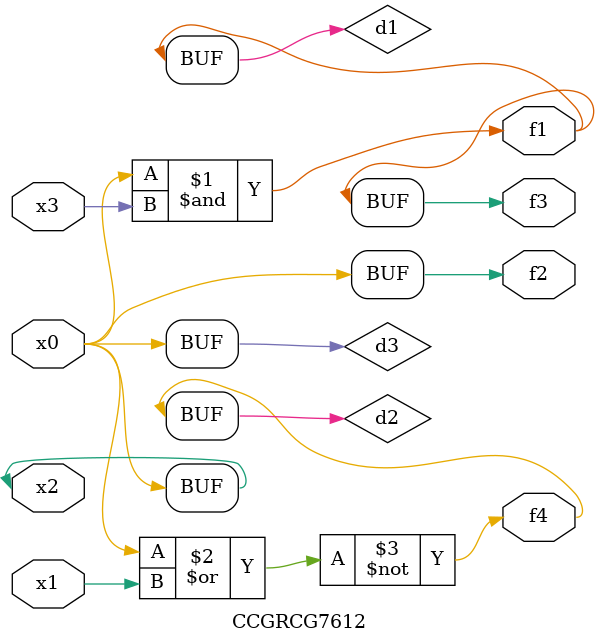
<source format=v>
module CCGRCG7612(
	input x0, x1, x2, x3,
	output f1, f2, f3, f4
);

	wire d1, d2, d3;

	and (d1, x2, x3);
	nor (d2, x0, x1);
	buf (d3, x0, x2);
	assign f1 = d1;
	assign f2 = d3;
	assign f3 = d1;
	assign f4 = d2;
endmodule

</source>
